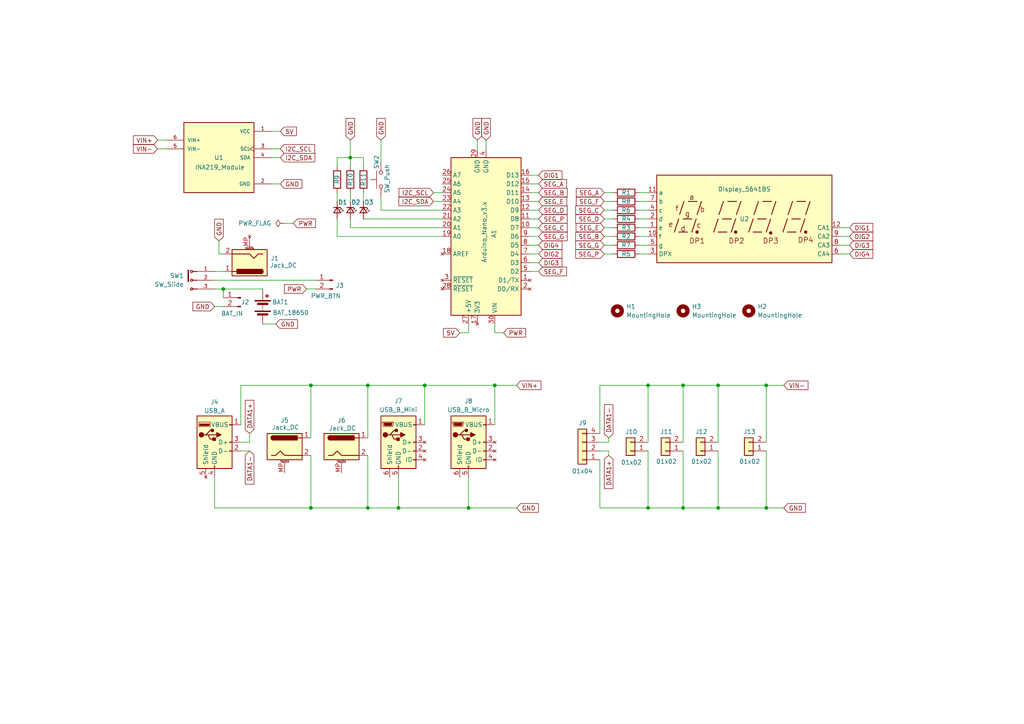
<source format=kicad_sch>
(kicad_sch (version 20250114) (generator "eeschema") (generator_version "9.0")
  (paper "A4")
  (lib_symbols
    (symbol "Barrel_Jack_MountingPin_1" (pin_names (hide yes))
      (property "Reference" "J1" (at -6.35 -1.6257 0))
      (property "Value" "Jack_DC" (at -6.35 0.9143 0))
      (symbol "Barrel_Jack_MountingPin_1_0_1"
        (rectangle (start -5.08 3.81) (end 5.08 -3.81) (stroke (width 0.254)) (fill (type background)))
        (polyline (pts (xy -3.81 -2.54) (xy -2.54 -2.54) (xy -1.27 -1.27) (xy 0 -2.54) (xy 2.54 -2.54) (xy 5.08 -2.54)) (stroke (width 0.254)))
        (arc (start -3.302 1.905) (mid -3.9343 2.54) (end -3.302 3.175) (stroke (width 0.254)))
        (arc (start -3.302 1.905) (mid -3.9343 2.54) (end -3.302 3.175) (stroke (width 0.254)) (fill (type outline)))
        (rectangle (start 3.683 3.175) (end -3.302 1.905) (stroke (width 0.254)) (fill (type outline)))
        (polyline (pts (xy 5.08 2.54) (xy 3.81 2.54)) (stroke (width 0.254)))
      )
      (symbol "Barrel_Jack_MountingPin_1_1_1"
        (polyline (pts (xy -1.016 -4.572) (xy 1.016 -4.572)) (stroke (width 0.1524)))
        (text "Mounting" (at 0 -4.191 0) (effects (font (size 0.381 0.381))))
        (pin no_connect line (at 0 -7.62 90) (length 3.048) (name "MountPin") (number "MP"))
        (pin passive line (at 7.62 2.54 180) (length 2.54) (name "~") (number "1"))
        (pin passive line (at 7.62 -2.54 180) (length 2.54) (name "~") (number "2"))
      )
    )
    (symbol "Barrel_Jack_MountingPin_2" (pin_names (hide yes))
      (property "Reference" "J4" (at 0 8.89 0))
      (property "Value" "Jack_DC" (at 0.254 6.096 0))
      (symbol "Barrel_Jack_MountingPin_2_0_1"
        (rectangle (start -5.08 3.81) (end 5.08 -3.81) (stroke (width 0.254)) (fill (type background)))
        (polyline (pts (xy -3.81 -2.54) (xy -2.54 -2.54) (xy -1.27 -1.27) (xy 0 -2.54) (xy 2.54 -2.54) (xy 5.08 -2.54)) (stroke (width 0.254)))
        (arc (start -3.302 1.905) (mid -3.9343 2.54) (end -3.302 3.175) (stroke (width 0.254)))
        (arc (start -3.302 1.905) (mid -3.9343 2.54) (end -3.302 3.175) (stroke (width 0.254)) (fill (type outline)))
        (rectangle (start 3.683 3.175) (end -3.302 1.905) (stroke (width 0.254)) (fill (type outline)))
        (polyline (pts (xy 5.08 2.54) (xy 3.81 2.54)) (stroke (width 0.254)))
      )
      (symbol "Barrel_Jack_MountingPin_2_1_1"
        (polyline (pts (xy -1.016 -4.572) (xy 1.016 -4.572)) (stroke (width 0.1524)))
        (text "Mounting" (at 0 -4.191 0) (effects (font (size 0.381 0.381))))
        (pin free line (at 0 -7.62 90) (length 3.048) (name "MountPin") (number "MP"))
        (pin power_out line (at 7.62 2.54 180) (length 2.54) (name "~") (number "1"))
        (pin passive line (at 7.62 -2.54 180) (length 2.54) (name "~") (number "2"))
      )
    )
    (symbol "Connector:Barrel_Jack_MountingPin" (pin_names (hide yes))
      (property "Reference" "J5" (at 0 8.89 0))
      (property "Value" "Jack_DC" (at 0.254 5.842 0))
      (symbol "Barrel_Jack_MountingPin_0_1"
        (rectangle (start -5.08 3.81) (end 5.08 -3.81) (stroke (width 0.254)) (fill (type background)))
        (polyline (pts (xy -3.81 -2.54) (xy -2.54 -2.54) (xy -1.27 -1.27) (xy 0 -2.54) (xy 2.54 -2.54) (xy 5.08 -2.54)) (stroke (width 0.254)))
        (arc (start -3.302 1.905) (mid -3.9343 2.54) (end -3.302 3.175) (stroke (width 0.254)))
        (arc (start -3.302 1.905) (mid -3.9343 2.54) (end -3.302 3.175) (stroke (width 0.254)) (fill (type outline)))
        (rectangle (start 3.683 3.175) (end -3.302 1.905) (stroke (width 0.254)) (fill (type outline)))
        (polyline (pts (xy 5.08 2.54) (xy 3.81 2.54)) (stroke (width 0.254)))
      )
      (symbol "Barrel_Jack_MountingPin_1_1"
        (polyline (pts (xy -1.016 -4.572) (xy 1.016 -4.572)) (stroke (width 0.1524)))
        (text "Mounting" (at 0 -4.191 0) (effects (font (size 0.381 0.381))))
        (pin free line (at 0 -7.62 90) (length 3.048) (name "MountPin") (number "MP"))
        (pin power_out line (at 7.62 2.54 180) (length 2.54) (name "~") (number "1"))
        (pin passive line (at 7.62 -2.54 180) (length 2.54) (name "~") (number "2"))
      )
    )
    (symbol "Connector:Conn_01x02_Pin" (pin_names (offset 1.016) (hide yes))
      (property "Reference" "J" (at 0 2.54 0))
      (property "Value" "Conn_01x02_Pin" (at 0 -5.08 0))
      (symbol "Conn_01x02_Pin_1_1"
        (rectangle (start 0.8636 0.127) (end 0 -0.127) (stroke (width 0.1524)) (fill (type outline)))
        (rectangle (start 0.8636 -2.413) (end 0 -2.667) (stroke (width 0.1524)) (fill (type outline)))
        (polyline (pts (xy 1.27 0) (xy 0.8636 0)) (stroke (width 0.1524)))
        (polyline (pts (xy 1.27 -2.54) (xy 0.8636 -2.54)) (stroke (width 0.1524)))
        (pin passive line (at 5.08 0 180) (length 3.81) (name "Pin_1") (number "1"))
        (pin passive line (at 5.08 -2.54 180) (length 3.81) (name "Pin_2") (number "2"))
      )
    )
    (symbol "Connector:USB_A" (pin_names (offset 1.016))
      (property "Reference" "J3" (at 0 12.7 0))
      (property "Value" "USB_A" (at 0 10.16 0))
      (symbol "USB_A_0_1"
        (rectangle (start -5.08 7.62) (end 5.08 -7.62) (stroke (width 0.254)) (fill (type background)))
        (circle (center -3.81 2.159) (radius 0.635) (stroke (width 0.254)) (fill (type outline)))
        (polyline (pts (xy -3.175 2.159) (xy -2.54 2.159) (xy -1.27 3.429) (xy -0.635 3.429)) (stroke (width 0.254)))
        (polyline (pts (xy -2.54 2.159) (xy -1.905 2.159) (xy -1.27 0.889) (xy 0 0.889)) (stroke (width 0.254)))
        (rectangle (start -1.524 4.826) (end -4.318 5.334) (fill (type outline)))
        (rectangle (start -1.27 4.572) (end -4.572 5.842))
        (circle (center -0.635 3.429) (radius 0.381) (stroke (width 0.254)) (fill (type outline)))
        (rectangle (start -0.127 -7.62) (end 0.127 -6.858))
        (rectangle (start 0.254 1.27) (end -0.508 0.508) (stroke (width 0.254)) (fill (type outline)))
        (polyline (pts (xy 0.635 2.794) (xy 0.635 1.524) (xy 1.905 2.159) (xy 0.635 2.794)) (stroke (width 0.254)) (fill (type outline)))
        (rectangle (start 5.08 4.953) (end 4.318 5.207))
        (rectangle (start 5.08 -0.127) (end 4.318 0.127))
        (rectangle (start 5.08 -2.667) (end 4.318 -2.413))
      )
      (symbol "USB_A_1_1"
        (polyline (pts (xy -1.905 2.159) (xy 0.635 2.159)) (stroke (width 0.254)))
        (pin no_connect line (at -2.54 -10.16 90) (length 2.54) (name "Shield") (number "5"))
        (pin passive line (at 0 -10.16 90) (length 2.54) (name "GND") (number "4"))
        (pin power_out line (at 7.62 5.08 180) (length 2.54) (name "VBUS") (number "1"))
        (pin bidirectional line (at 7.62 0 180) (length 2.54) (name "D+") (number "3"))
        (pin bidirectional line (at 7.62 -2.54 180) (length 2.54) (name "D-") (number "2"))
      )
    )
    (symbol "Connector:USB_B_Micro" (pin_names (offset 1.016))
      (property "Reference" "J7" (at 0 12.7 0))
      (property "Value" "USB_B_Micro" (at 0 10.16 0))
      (symbol "USB_B_Micro_0_1"
        (rectangle (start -5.08 7.62) (end 5.08 -7.62) (stroke (width 0.254)) (fill (type background)))
        (polyline (pts (xy -4.699 5.842) (xy -4.699 5.588) (xy -4.445 4.826) (xy -4.445 4.572) (xy -1.651 4.572) (xy -1.651 4.826) (xy -1.397 5.588) (xy -1.397 5.842) (xy -4.699 5.842)))
        (polyline (pts (xy -4.318 5.588) (xy -1.778 5.588) (xy -2.032 4.826) (xy -4.064 4.826) (xy -4.318 5.588)) (fill (type outline)))
        (circle (center -3.81 2.159) (radius 0.635) (stroke (width 0.254)) (fill (type outline)))
        (polyline (pts (xy -3.175 2.159) (xy -2.54 2.159) (xy -1.27 3.429) (xy -0.635 3.429)) (stroke (width 0.254)))
        (polyline (pts (xy -2.54 2.159) (xy -1.905 2.159) (xy -1.27 0.889) (xy 0 0.889)) (stroke (width 0.254)))
        (polyline (pts (xy -1.905 2.159) (xy 0.635 2.159)) (stroke (width 0.254)))
        (circle (center -0.635 3.429) (radius 0.381) (stroke (width 0.254)) (fill (type outline)))
        (rectangle (start -0.127 -7.62) (end 0.127 -6.858))
        (rectangle (start 0.254 1.27) (end -0.508 0.508) (stroke (width 0.254)) (fill (type outline)))
        (polyline (pts (xy 0.635 2.794) (xy 0.635 1.524) (xy 1.905 2.159) (xy 0.635 2.794)) (stroke (width 0.254)) (fill (type outline)))
        (rectangle (start 5.08 4.953) (end 4.318 5.207))
        (rectangle (start 5.08 -0.127) (end 4.318 0.127))
        (rectangle (start 5.08 -2.667) (end 4.318 -2.413))
        (rectangle (start 5.08 -5.207) (end 4.318 -4.953))
      )
      (symbol "USB_B_Micro_1_1"
        (pin free line (at -2.54 -10.16 90) (length 2.54) (name "Shield") (number "6"))
        (pin passive line (at 0 -10.16 90) (length 2.54) (name "GND") (number "5"))
        (pin power_out line (at 7.62 5.08 180) (length 2.54) (name "VBUS") (number "1"))
        (pin no_connect line (at 7.62 0 180) (length 2.54) (name "D+") (number "3"))
        (pin no_connect line (at 7.62 -2.54 180) (length 2.54) (name "D-") (number "2"))
        (pin no_connect line (at 7.62 -5.08 180) (length 2.54) (name "ID") (number "4"))
      )
    )
    (symbol "Connector:USB_B_Mini" (pin_names (offset 1.016))
      (property "Reference" "J6" (at 0 12.7 0))
      (property "Value" "USB_B_Mini" (at 0 10.16 0))
      (symbol "USB_B_Mini_0_1"
        (rectangle (start -5.08 7.62) (end 5.08 -7.62) (stroke (width 0.254)) (fill (type background)))
        (polyline (pts (xy -4.699 5.842) (xy -4.699 5.588) (xy -4.445 4.826) (xy -4.445 4.572) (xy -1.651 4.572) (xy -1.651 4.826) (xy -1.397 5.588) (xy -1.397 5.842) (xy -4.699 5.842)))
        (polyline (pts (xy -4.318 5.588) (xy -1.778 5.588) (xy -2.032 4.826) (xy -4.064 4.826) (xy -4.318 5.588)) (fill (type outline)))
        (circle (center -3.81 2.159) (radius 0.635) (stroke (width 0.254)) (fill (type outline)))
        (polyline (pts (xy -3.175 2.159) (xy -2.54 2.159) (xy -1.27 3.429) (xy -0.635 3.429)) (stroke (width 0.254)))
        (polyline (pts (xy -2.54 2.159) (xy -1.905 2.159) (xy -1.27 0.889) (xy 0 0.889)) (stroke (width 0.254)))
        (polyline (pts (xy -1.905 2.159) (xy 0.635 2.159)) (stroke (width 0.254)))
        (circle (center -0.635 3.429) (radius 0.381) (stroke (width 0.254)) (fill (type outline)))
        (rectangle (start -0.127 -7.62) (end 0.127 -6.858))
        (rectangle (start 0.254 1.27) (end -0.508 0.508) (stroke (width 0.254)) (fill (type outline)))
        (polyline (pts (xy 0.635 2.794) (xy 0.635 1.524) (xy 1.905 2.159) (xy 0.635 2.794)) (stroke (width 0.254)) (fill (type outline)))
        (rectangle (start 5.08 4.953) (end 4.318 5.207))
        (rectangle (start 5.08 -0.127) (end 4.318 0.127))
        (rectangle (start 5.08 -2.667) (end 4.318 -2.413))
        (rectangle (start 5.08 -5.207) (end 4.318 -4.953))
      )
      (symbol "USB_B_Mini_1_1"
        (pin free line (at -2.54 -10.16 90) (length 2.54) (name "Shield") (number "6"))
        (pin passive line (at 0 -10.16 90) (length 2.54) (name "GND") (number "5"))
        (pin power_out line (at 7.62 5.08 180) (length 2.54) (name "VBUS") (number "1"))
        (pin no_connect line (at 7.62 0 180) (length 2.54) (name "D+") (number "3"))
        (pin no_connect line (at 7.62 -2.54 180) (length 2.54) (name "D-") (number "2"))
        (pin no_connect line (at 7.62 -5.08 180) (length 2.54) (name "ID") (number "4"))
      )
    )
    (symbol "Connector_Generic:Conn_01x02" (pin_names (offset 1.016) (hide yes))
      (property "Reference" "J" (at 0 2.54 0))
      (property "Value" "Conn_01x02" (at 0 -5.08 0))
      (symbol "Conn_01x02_1_1"
        (rectangle (start -1.27 1.27) (end 1.27 -3.81) (stroke (width 0.254)) (fill (type background)))
        (rectangle (start -1.27 0.127) (end 0 -0.127) (stroke (width 0.1524)))
        (rectangle (start -1.27 -2.413) (end 0 -2.667) (stroke (width 0.1524)))
        (pin passive line (at -5.08 0 0) (length 3.81) (name "Pin_1") (number "1"))
        (pin passive line (at -5.08 -2.54 0) (length 3.81) (name "Pin_2") (number "2"))
      )
    )
    (symbol "Connector_Generic:Conn_01x04" (pin_names (offset 1.016) (hide yes))
      (property "Reference" "J" (at 0 5.08 0))
      (property "Value" "Conn_01x04" (at 0 -7.62 0))
      (symbol "Conn_01x04_1_1"
        (rectangle (start -1.27 3.81) (end 1.27 -6.35) (stroke (width 0.254)) (fill (type background)))
        (rectangle (start -1.27 2.667) (end 0 2.413) (stroke (width 0.1524)))
        (rectangle (start -1.27 0.127) (end 0 -0.127) (stroke (width 0.1524)))
        (rectangle (start -1.27 -2.413) (end 0 -2.667) (stroke (width 0.1524)))
        (rectangle (start -1.27 -4.953) (end 0 -5.207) (stroke (width 0.1524)))
        (pin passive line (at -5.08 2.54 0) (length 3.81) (name "Pin_1") (number "1"))
        (pin passive line (at -5.08 0 0) (length 3.81) (name "Pin_2") (number "2"))
        (pin passive line (at -5.08 -2.54 0) (length 3.81) (name "Pin_3") (number "3"))
        (pin passive line (at -5.08 -5.08 0) (length 3.81) (name "Pin_4") (number "4"))
      )
    )
    (symbol "Custom:INA219_Module" (pin_names (offset 1.016))
      (property "Reference" "U1" (at 0 15.24 0))
      (property "Value" "INA219_Module" (at 0 12.7 0))
      (symbol "INA219_Module_0_0"
        (rectangle (start -10.16 10.16) (end 10.16 -10.16) (stroke (width 0.254)) (fill (type background)))
        (pin input line (at -15.24 5.08 0) (length 5.08) (name "VIN+") (number "6"))
        (pin input line (at -15.24 2.54 0) (length 5.08) (name "VIN-") (number "5"))
        (pin power_in line (at 15.24 7.62 180) (length 5.08) (name "VCC") (number "1"))
        (pin input clock (at 15.24 2.54 180) (length 5.08) (name "SCL") (number "3"))
        (pin bidirectional line (at 15.24 0 180) (length 5.08) (name "SDA") (number "4"))
        (pin power_in line (at 15.24 -7.62 180) (length 5.08) (name "GND") (number "2"))
      )
      (symbol "INA219_Module_1_0"
        (pin no_connect line (at 15.24 -5.08 180) (length 5.08) (hide yes) (name "SHIELD") (number "SH1"))
      )
    )
    (symbol "Custom:Switch_Slide_SPDT_Straight_TE_1825159_1" (pin_names (offset 1.016))
      (property "Reference" "SW" (at 1.524 -0.508 0))
      (property "Value" "SW_Slide" (at -8.382 -5.588 0))
      (symbol "Switch_Slide_SPDT_Straight_TE_1825159_1_0_0"
        (polyline (pts (xy -2.54 2.54) (xy -1.27 2.54)) (stroke (width 0.254)))
        (polyline (pts (xy -2.54 0) (xy -1.27 0)) (stroke (width 0.254)))
        (polyline (pts (xy -2.54 -2.54) (xy -1.27 -2.54)) (stroke (width 0.254)))
        (circle (center -0.9525 2.54) (radius 0.3175) (stroke (width 0.254)))
        (circle (center -0.9525 0) (radius 0.3175) (stroke (width 0.254)))
        (circle (center -0.9525 -2.54) (radius 0.3175) (stroke (width 0.254)))
        (polyline (pts (xy 0 2.8575) (xy 0 -0.3175)) (stroke (width 0.4064)))
        (pin passive line (at -7.62 2.54 0) (length 5.08) (name "~") (number "1"))
        (pin passive line (at -7.62 0 0) (length 5.08) (name "~") (number "2"))
        (pin passive line (at -7.62 -2.54 0) (length 5.08) (name "~") (number "3"))
      )
    )
    (symbol "Device:Battery" (pin_numbers (hide yes)) (pin_names (offset 0) (hide yes))
      (property "Reference" "BT" (at 2.54 2.54 0))
      (property "Value" "Battery" (at 2.54 0 0))
      (symbol "Battery_0_1"
        (rectangle (start -2.286 1.778) (end 2.286 1.524) (fill (type outline)))
        (rectangle (start -2.286 -1.27) (end 2.286 -1.524) (fill (type outline)))
        (rectangle (start -1.524 1.016) (end 1.524 0.508) (fill (type outline)))
        (rectangle (start -1.524 -2.032) (end 1.524 -2.54) (fill (type outline)))
        (polyline (pts (xy 0 1.778) (xy 0 2.54)))
        (polyline (pts (xy 0 0) (xy 0 0.254)))
        (polyline (pts (xy 0 -0.508) (xy 0 -0.254)))
        (polyline (pts (xy 0 -1.016) (xy 0 -0.762)))
        (polyline (pts (xy 0.762 3.048) (xy 1.778 3.048)) (stroke (width 0.254)))
        (polyline (pts (xy 1.27 3.556) (xy 1.27 2.54)) (stroke (width 0.254)))
      )
      (symbol "Battery_1_1"
        (pin passive line (at 0 5.08 270) (length 2.54) (name "+") (number "1"))
        (pin passive line (at 0 -5.08 90) (length 2.54) (name "-") (number "2"))
      )
    )
    (symbol "Device:R" (pin_numbers (hide yes)) (pin_names (offset 0))
      (property "Reference" "R" (at 2.032 0 90))
      (property "Value" "R" (at 0 0 90))
      (symbol "R_0_1"
        (rectangle (start -1.016 -2.54) (end 1.016 2.54) (stroke (width 0.254)))
      )
      (symbol "R_1_1"
        (pin passive line (at 0 3.81 270) (length 1.27) (name "~") (number "1"))
        (pin passive line (at 0 -3.81 90) (length 1.27) (name "~") (number "2"))
      )
    )
    (symbol "Display_Character:CA56-12CGKWA"
      (property "Reference" "U" (at -24.13 13.97 0))
      (property "Value" "CA56-12CGKWA" (at 17.78 13.97 0))
      (symbol "CA56-12CGKWA_0_0"
        (rectangle (start -25.4 12.7) (end 25.4 -12.7) (stroke (width 0.254)) (fill (type background)))
        (polyline (pts (xy -20.32 -3.81) (xy -19.05 0)) (stroke (width 0.254)))
        (polyline (pts (xy -19.05 -3.81) (xy -16.51 -3.81)) (stroke (width 0.254)))
        (polyline (pts (xy -18.796 1.27) (xy -17.526 5.08)) (stroke (width 0.254)))
        (polyline (pts (xy -17.78 0) (xy -15.24 0)) (stroke (width 0.254)))
        (polyline (pts (xy -16.256 5.08) (xy -13.716 5.08)) (stroke (width 0.254)))
        (polyline (pts (xy -15.24 -3.81) (xy -13.97 0)) (stroke (width 0.254)))
        (polyline (pts (xy -13.716 1.27) (xy -12.446 5.08)) (stroke (width 0.254)))
        (polyline (pts (xy -8.89 -3.81) (xy -7.62 0)) (stroke (width 0.254)))
        (polyline (pts (xy -7.62 -3.81) (xy -5.08 -3.81)) (stroke (width 0.254)))
        (polyline (pts (xy -7.366 1.27) (xy -6.096 5.08)) (stroke (width 0.254)))
        (polyline (pts (xy -6.35 0) (xy -3.81 0)) (stroke (width 0.254)))
        (polyline (pts (xy -4.826 5.08) (xy -2.286 5.08)) (stroke (width 0.254)))
        (polyline (pts (xy -3.81 -3.81) (xy -2.54 0)) (stroke (width 0.254)))
        (polyline (pts (xy -2.286 1.27) (xy -1.016 5.08)) (stroke (width 0.254)))
        (polyline (pts (xy 1.27 -3.81) (xy 2.54 0)) (stroke (width 0.254)))
        (polyline (pts (xy 2.54 -3.81) (xy 5.08 -3.81)) (stroke (width 0.254)))
        (polyline (pts (xy 2.794 1.27) (xy 4.064 5.08)) (stroke (width 0.254)))
        (polyline (pts (xy 3.81 0) (xy 6.35 0)) (stroke (width 0.254)))
        (polyline (pts (xy 5.334 5.08) (xy 7.874 5.08)) (stroke (width 0.254)))
        (polyline (pts (xy 6.35 -3.81) (xy 7.62 0)) (stroke (width 0.254)))
        (polyline (pts (xy 7.874 1.27) (xy 9.144 5.08)) (stroke (width 0.254)))
        (polyline (pts (xy 11.176 -3.81) (xy 12.446 0)) (stroke (width 0.254)))
        (polyline (pts (xy 12.446 -3.81) (xy 14.986 -3.81)) (stroke (width 0.254)))
        (polyline (pts (xy 12.7 1.27) (xy 13.97 5.08)) (stroke (width 0.254)))
        (polyline (pts (xy 13.716 0) (xy 16.256 0)) (stroke (width 0.254)))
        (polyline (pts (xy 15.24 5.08) (xy 17.78 5.08)) (stroke (width 0.254)))
        (polyline (pts (xy 16.256 -3.81) (xy 17.526 0)) (stroke (width 0.254)))
        (polyline (pts (xy 17.78 1.27) (xy 19.05 5.08)) (stroke (width 0.254)))
        (text "e" (at -21.336 -1.524 0) (effects (font (size 1.524 1.524))))
        (text "f" (at -19.558 3.048 0) (effects (font (size 1.524 1.524))))
        (text "d" (at -17.78 -2.794 0) (effects (font (size 1.524 1.524))))
        (text "g" (at -16.51 1.524 0) (effects (font (size 1.524 1.524))))
        (text "a" (at -15.24 6.35 0) (effects (font (size 1.524 1.524))))
        (text "DP1" (at -13.716 -6.35 0) (effects (font (size 1.524 1.524))))
        (text "c" (at -13.208 -1.778 0) (effects (font (size 1.524 1.524))))
        (text "b" (at -12.192 2.794 0) (effects (font (size 1.524 1.524))))
        (text "DP2" (at -2.286 -6.35 0) (effects (font (size 1.524 1.524))))
        (text "DP3" (at 7.62 -6.35 0) (effects (font (size 1.524 1.524))))
        (text "DP4" (at 17.78 -6.096 0) (effects (font (size 1.524 1.524))))
      )
      (symbol "CA56-12CGKWA_0_1"
        (circle (center -13.716 -3.81) (radius 0.3556) (stroke (width 0.254)) (fill (type outline)))
        (circle (center -2.54 -3.81) (radius 0.3556) (stroke (width 0.254)) (fill (type outline)))
      )
      (symbol "CA56-12CGKWA_1_0"
        (circle (center 7.62 -4.064) (radius 0.3556) (stroke (width 0.254)) (fill (type outline)))
        (circle (center 17.78 -3.81) (radius 0.3556) (stroke (width 0.254)) (fill (type outline)))
      )
      (symbol "CA56-12CGKWA_1_1"
        (pin input line (at -27.94 7.62 0) (length 2.54) (name "a") (number "11"))
        (pin input line (at -27.94 5.08 0) (length 2.54) (name "b") (number "7"))
        (pin input line (at -27.94 2.54 0) (length 2.54) (name "c") (number "4"))
        (pin input line (at -27.94 0 0) (length 2.54) (name "d") (number "2"))
        (pin input line (at -27.94 -2.54 0) (length 2.54) (name "e") (number "1"))
        (pin input line (at -27.94 -5.08 0) (length 2.54) (name "f") (number "10"))
        (pin input line (at -27.94 -7.62 0) (length 2.54) (name "g") (number "5"))
        (pin input line (at -27.94 -10.16 0) (length 2.54) (name "DPX") (number "3"))
        (pin input line (at 27.94 -2.54 180) (length 2.54) (name "CA1") (number "12"))
        (pin input line (at 27.94 -5.08 180) (length 2.54) (name "CA2") (number "9"))
        (pin input line (at 27.94 -7.62 180) (length 2.54) (name "CA3") (number "8"))
        (pin input line (at 27.94 -10.16 180) (length 2.54) (name "CA4") (number "6"))
      )
    )
    (symbol "MCU_Module:Arduino_Nano_v3.x"
      (property "Reference" "A1" (at -2.286 -2.032 90))
      (property "Value" "Arduino_Nano_v3.x" (at 0.508 -10.16 90))
      (symbol "Arduino_Nano_v3.x_0_1"
        (rectangle (start -10.16 22.86) (end 10.16 -22.86) (stroke (width 0.254)) (fill (type background)))
      )
      (symbol "Arduino_Nano_v3.x_1_1"
        (pin no_connect line (at -12.7 15.24 0) (length 2.54) (name "D0/RX") (number "2"))
        (pin no_connect line (at -12.7 12.7 0) (length 2.54) (name "D1/TX") (number "1"))
        (pin bidirectional line (at -12.7 10.16 0) (length 2.54) (name "D2") (number "5"))
        (pin bidirectional line (at -12.7 7.62 0) (length 2.54) (name "D3") (number "6"))
        (pin bidirectional line (at -12.7 5.08 0) (length 2.54) (name "D4") (number "7"))
        (pin bidirectional line (at -12.7 2.54 0) (length 2.54) (name "D5") (number "8"))
        (pin bidirectional line (at -12.7 0 0) (length 2.54) (name "D6") (number "9"))
        (pin bidirectional line (at -12.7 -2.54 0) (length 2.54) (name "D7") (number "10"))
        (pin bidirectional line (at -12.7 -5.08 0) (length 2.54) (name "D8") (number "11"))
        (pin bidirectional line (at -12.7 -7.62 0) (length 2.54) (name "D9") (number "12"))
        (pin bidirectional line (at -12.7 -10.16 0) (length 2.54) (name "D10") (number "13"))
        (pin bidirectional line (at -12.7 -12.7 0) (length 2.54) (name "D11") (number "14"))
        (pin bidirectional line (at -12.7 -15.24 0) (length 2.54) (name "D12") (number "15"))
        (pin bidirectional line (at -12.7 -17.78 0) (length 2.54) (name "D13") (number "16"))
        (pin power_in line (at -2.54 25.4 270) (length 2.54) (name "VIN") (number "30"))
        (pin power_out line (at 0 -25.4 90) (length 2.54) (name "GND") (number "4"))
        (pin no_connect line (at 2.54 25.4 270) (length 2.54) (name "3V3") (number "17"))
        (pin power_out line (at 2.54 -25.4 90) (length 2.54) (name "GND") (number "29"))
        (pin power_out line (at 5.08 25.4 270) (length 2.54) (name "+5V") (number "27"))
        (pin no_connect line (at 12.7 15.24 180) (length 2.54) (name "~{RESET}") (number "28"))
        (pin no_connect line (at 12.7 12.7 180) (length 2.54) (name "~{RESET}") (number "3"))
        (pin no_connect line (at 12.7 5.08 180) (length 2.54) (name "AREF") (number "18"))
        (pin bidirectional line (at 12.7 0 180) (length 2.54) (name "A0") (number "19"))
        (pin bidirectional line (at 12.7 -2.54 180) (length 2.54) (name "A1") (number "20"))
        (pin bidirectional line (at 12.7 -5.08 180) (length 2.54) (name "A2") (number "21"))
        (pin bidirectional line (at 12.7 -7.62 180) (length 2.54) (name "A3") (number "22"))
        (pin bidirectional line (at 12.7 -10.16 180) (length 2.54) (name "A4") (number "23"))
        (pin bidirectional line (at 12.7 -12.7 180) (length 2.54) (name "A5") (number "24"))
        (pin free line (at 12.7 -15.24 180) (length 2.54) (name "A6") (number "25"))
        (pin free line (at 12.7 -17.78 180) (length 2.54) (name "A7") (number "26"))
      )
    )
    (symbol "Mechanical:MountingHole" (pin_names (offset 1.016)) (in_bom no)
      (property "Reference" "H" (at 0 5.08 0))
      (property "Value" "MountingHole" (at 0 3.175 0))
      (symbol "MountingHole_0_1"
        (circle (center 0 0) (radius 1.27) (stroke (width 1.27)))
      )
    )
    (symbol "PCM_SparkFun-LED:LED" (pin_numbers (hide yes)) (pin_names (offset 1.016) (hide yes))
      (property "Reference" "D" (at 0 2.54 0))
      (property "Value" "LED" (at 0 -2.54 0))
      (symbol "LED_0_1"
        (polyline (pts (xy -0.762 -1.016) (xy -0.762 1.016)) (stroke (width 0.254)))
        (polyline (pts (xy 0 0.762) (xy -0.508 1.27) (xy -0.254 1.27) (xy -0.508 1.27) (xy -0.508 1.016)))
        (polyline (pts (xy 0.508 1.27) (xy 0 1.778) (xy 0.254 1.778) (xy 0 1.778) (xy 0 1.524)))
        (polyline (pts (xy 0.762 -1.016) (xy -0.762 0) (xy 0.762 1.016) (xy 0.762 -1.016)) (stroke (width 0.254)))
        (polyline (pts (xy 1.016 0) (xy -0.762 0)))
      )
      (symbol "LED_1_1"
        (pin passive line (at -2.54 0 0) (length 1.778) (name "K") (number "1"))
        (pin passive line (at 2.54 0 180) (length 1.778) (name "A") (number "2"))
      )
    )
    (symbol "Switch:SW_Push" (pin_numbers (hide yes)) (pin_names (offset 1.016) (hide yes))
      (property "Reference" "SW" (at 1.27 2.54 0))
      (property "Value" "SW_Push" (at 0 -1.524 0))
      (symbol "SW_Push_0_1"
        (circle (center -2.032 0) (radius 0.508))
        (polyline (pts (xy 0 1.27) (xy 0 3.048)))
        (circle (center 2.032 0) (radius 0.508))
        (polyline (pts (xy 2.54 1.27) (xy -2.54 1.27)))
        (pin passive line (at -5.08 0 0) (length 2.54) (name "1") (number "1"))
        (pin passive line (at 5.08 0 180) (length 2.54) (name "2") (number "2"))
      )
    )
    (symbol "power:PWR_FLAG" (power) (pin_numbers (hide yes)) (pin_names (offset 0) (hide yes))
      (property "Value" "PWR_FLAG" (at 0 3.81 0))
      (symbol "PWR_FLAG_0_0"
        (pin power_out line (at 0 0 90) (length 0) (name "~") (number "1"))
      )
      (symbol "PWR_FLAG_0_1"
        (polyline (pts (xy 0 0) (xy 0 1.27) (xy -1.016 1.905) (xy 0 2.54) (xy 1.016 1.905) (xy 0 1.27)))
      )
    )
  )
  (junction (at 90.17 147.32))
  (junction (at 198.12 111.76))
  (junction (at 90.17 111.76))
  (junction (at 143.51 111.76))
  (junction (at 64.77 83.82))
  (junction (at 208.28 111.76))
  (junction (at 115.57 147.32))
  (junction (at 123.19 111.76))
  (junction (at 187.96 111.76))
  (junction (at 135.89 147.32))
  (junction (at 106.68 111.76))
  (junction (at 222.25 147.32))
  (junction (at 198.12 147.32))
  (junction (at 208.28 147.32))
  (junction (at 187.96 147.32))
  (junction (at 106.68 147.32))
  (junction (at 101.6 45.72))
  (junction (at 222.25 111.76))
  (wire (pts (xy 146.05 96.52) (xy 143.51 96.52)))
  (wire (pts (xy 138.43 40.64) (xy 138.43 43.18)))
  (wire (pts (xy 106.68 147.32) (xy 115.57 147.32)))
  (wire (pts (xy 90.17 111.76) (xy 90.17 127)))
  (wire (pts (xy 45.72 40.64) (xy 48.26 40.64)))
  (wire (pts (xy 101.6 58.42) (xy 101.6 55.88)))
  (wire (pts (xy 78.74 45.72) (xy 81.28 45.72)))
  (wire (pts (xy 173.99 147.32) (xy 187.96 147.32)))
  (wire (pts (xy 187.96 111.76) (xy 198.12 111.76)))
  (wire (pts (xy 176.53 132.08) (xy 176.53 130.81)))
  (wire (pts (xy 133.35 96.52) (xy 135.89 96.52)))
  (wire (pts (xy 208.28 147.32) (xy 222.25 147.32)))
  (wire (pts (xy 187.96 147.32) (xy 198.12 147.32)))
  (wire (pts (xy 187.96 58.42) (xy 185.42 58.42)))
  (wire (pts (xy 198.12 111.76) (xy 208.28 111.76)))
  (wire (pts (xy 176.53 127) (xy 176.53 128.27)))
  (wire (pts (xy 175.26 63.5) (xy 177.8 63.5)))
  (wire (pts (xy 187.96 68.58) (xy 185.42 68.58)))
  (wire (pts (xy 135.89 96.52) (xy 135.89 93.98)))
  (wire (pts (xy 153.67 55.88) (xy 156.21 55.88)))
  (wire (pts (xy 69.85 111.76) (xy 69.85 123.19)))
  (wire (pts (xy 187.96 66.04) (xy 185.42 66.04)))
  (wire (pts (xy 173.99 133.35) (xy 173.99 147.32)))
  (wire (pts (xy 175.26 73.66) (xy 177.8 73.66)))
  (wire (pts (xy 187.96 63.5) (xy 185.42 63.5)))
  (wire (pts (xy 88.9 83.82) (xy 91.44 83.82)))
  (wire (pts (xy 153.67 60.96) (xy 156.21 60.96)))
  (wire (pts (xy 153.67 68.58) (xy 156.21 68.58)))
  (wire (pts (xy 176.53 130.81) (xy 173.99 130.81)))
  (wire (pts (xy 175.26 60.96) (xy 177.8 60.96)))
  (wire (pts (xy 63.5 69.85) (xy 63.5 73.66)))
  (wire (pts (xy 243.84 71.12) (xy 246.38 71.12)))
  (wire (pts (xy 97.79 68.58) (xy 97.79 63.5)))
  (wire (pts (xy 222.25 130.81) (xy 222.25 147.32)))
  (wire (pts (xy 63.5 73.66) (xy 64.77 73.66)))
  (wire (pts (xy 222.25 111.76) (xy 227.33 111.76)))
  (wire (pts (xy 62.23 147.32) (xy 90.17 147.32)))
  (wire (pts (xy 175.26 58.42) (xy 177.8 58.42)))
  (wire (pts (xy 97.79 68.58) (xy 128.27 68.58)))
  (wire (pts (xy 222.25 111.76) (xy 222.25 128.27)))
  (wire (pts (xy 62.23 83.82) (xy 64.77 83.82)))
  (wire (pts (xy 143.51 111.76) (xy 143.51 123.19)))
  (wire (pts (xy 90.17 147.32) (xy 106.68 147.32)))
  (wire (pts (xy 115.57 147.32) (xy 135.89 147.32)))
  (wire (pts (xy 69.85 111.76) (xy 90.17 111.76)))
  (wire (pts (xy 173.99 111.76) (xy 187.96 111.76)))
  (wire (pts (xy 115.57 138.43) (xy 115.57 147.32)))
  (wire (pts (xy 101.6 66.04) (xy 128.27 66.04)))
  (wire (pts (xy 175.26 55.88) (xy 177.8 55.88)))
  (wire (pts (xy 153.67 63.5) (xy 156.21 63.5)))
  (wire (pts (xy 140.97 40.64) (xy 140.97 43.18)))
  (wire (pts (xy 243.84 68.58) (xy 246.38 68.58)))
  (wire (pts (xy 153.67 76.2) (xy 156.21 76.2)))
  (wire (pts (xy 208.28 130.81) (xy 208.28 147.32)))
  (wire (pts (xy 187.96 71.12) (xy 185.42 71.12)))
  (wire (pts (xy 125.73 55.88) (xy 128.27 55.88)))
  (wire (pts (xy 135.89 138.43) (xy 135.89 147.32)))
  (wire (pts (xy 64.77 83.82) (xy 76.2 83.82)))
  (wire (pts (xy 97.79 45.72) (xy 101.6 45.72)))
  (wire (pts (xy 125.73 58.42) (xy 128.27 58.42)))
  (wire (pts (xy 153.67 58.42) (xy 156.21 58.42)))
  (wire (pts (xy 64.77 83.82) (xy 64.77 86.36)))
  (wire (pts (xy 106.68 111.76) (xy 106.68 127)))
  (wire (pts (xy 135.89 147.32) (xy 149.86 147.32)))
  (wire (pts (xy 153.67 50.8) (xy 156.21 50.8)))
  (wire (pts (xy 64.77 78.74) (xy 62.23 78.74)))
  (wire (pts (xy 187.96 55.88) (xy 185.42 55.88)))
  (wire (pts (xy 187.96 73.66) (xy 185.42 73.66)))
  (wire (pts (xy 208.28 111.76) (xy 208.28 128.27)))
  (wire (pts (xy 62.23 138.43) (xy 62.23 147.32)))
  (wire (pts (xy 81.28 38.1) (xy 78.74 38.1)))
  (wire (pts (xy 76.2 93.98) (xy 80.01 93.98)))
  (wire (pts (xy 198.12 111.76) (xy 198.12 128.27)))
  (wire (pts (xy 222.25 147.32) (xy 227.33 147.32)))
  (wire (pts (xy 175.26 68.58) (xy 177.8 68.58)))
  (wire (pts (xy 198.12 130.81) (xy 198.12 147.32)))
  (wire (pts (xy 106.68 111.76) (xy 123.19 111.76)))
  (wire (pts (xy 153.67 66.04) (xy 156.21 66.04)))
  (wire (pts (xy 97.79 45.72) (xy 97.79 48.26)))
  (wire (pts (xy 187.96 111.76) (xy 187.96 128.27)))
  (wire (pts (xy 90.17 132.08) (xy 90.17 147.32)))
  (wire (pts (xy 101.6 45.72) (xy 105.41 45.72)))
  (wire (pts (xy 143.51 93.98) (xy 143.51 96.52)))
  (wire (pts (xy 101.6 66.04) (xy 101.6 63.5)))
  (wire (pts (xy 45.72 43.18) (xy 48.26 43.18)))
  (wire (pts (xy 110.49 57.15) (xy 110.49 60.96)))
  (wire (pts (xy 175.26 71.12) (xy 177.8 71.12)))
  (wire (pts (xy 105.41 58.42) (xy 105.41 55.88)))
  (wire (pts (xy 175.26 66.04) (xy 177.8 66.04)))
  (wire (pts (xy 143.51 111.76) (xy 149.86 111.76)))
  (wire (pts (xy 123.19 111.76) (xy 123.19 123.19)))
  (wire (pts (xy 62.23 88.9) (xy 64.77 88.9)))
  (wire (pts (xy 110.49 46.99) (xy 110.49 40.64)))
  (wire (pts (xy 97.79 55.88) (xy 97.79 58.42)))
  (wire (pts (xy 106.68 132.08) (xy 106.68 147.32)))
  (wire (pts (xy 110.49 60.96) (xy 128.27 60.96)))
  (wire (pts (xy 90.17 111.76) (xy 106.68 111.76)))
  (wire (pts (xy 72.39 125.73) (xy 72.39 128.27)))
  (wire (pts (xy 105.41 45.72) (xy 105.41 48.26)))
  (wire (pts (xy 243.84 66.04) (xy 246.38 66.04)))
  (wire (pts (xy 153.67 73.66) (xy 156.21 73.66)))
  (wire (pts (xy 187.96 130.81) (xy 187.96 147.32)))
  (wire (pts (xy 208.28 111.76) (xy 222.25 111.76)))
  (wire (pts (xy 81.28 53.34) (xy 78.74 53.34)))
  (wire (pts (xy 187.96 60.96) (xy 185.42 60.96)))
  (wire (pts (xy 101.6 40.64) (xy 101.6 45.72)))
  (wire (pts (xy 153.67 53.34) (xy 156.21 53.34)))
  (wire (pts (xy 123.19 111.76) (xy 143.51 111.76)))
  (wire (pts (xy 82.55 64.77) (xy 85.09 64.77)))
  (wire (pts (xy 173.99 111.76) (xy 173.99 125.73)))
  (wire (pts (xy 78.74 43.18) (xy 81.28 43.18)))
  (wire (pts (xy 153.67 71.12) (xy 156.21 71.12)))
  (wire (pts (xy 198.12 147.32) (xy 208.28 147.32)))
  (wire (pts (xy 243.84 73.66) (xy 246.38 73.66)))
  (wire (pts (xy 105.41 63.5) (xy 128.27 63.5)))
  (wire (pts (xy 101.6 45.72) (xy 101.6 48.26)))
  (wire (pts (xy 72.39 130.81) (xy 69.85 130.81)))
  (wire (pts (xy 176.53 128.27) (xy 173.99 128.27)))
  (wire (pts (xy 72.39 128.27) (xy 69.85 128.27)))
  (wire (pts (xy 153.67 78.74) (xy 156.21 78.74)))
  (wire (pts (xy 62.23 81.28) (xy 91.44 81.28)))
  (global_label "I2C_SDA" (shape input) (at 125.73 58.42 180) (property "Intersheetrefs" "${INTERSHEET_REFS}" (effects (hide yes))))
  (global_label "5V" (shape input) (at 81.28 38.1 0) (property "Intersheetrefs" "${INTERSHEET_REFS}" (effects (hide yes))))
  (global_label "GND" (shape input) (at 149.86 147.32 0) (property "Intersheetrefs" "${INTERSHEET_REFS}" (effects (hide yes))))
  (global_label "DATA1-" (shape input) (at 72.39 130.81 270) (property "Intersheetrefs" "${INTERSHEET_REFS}" (effects (hide yes))))
  (global_label "5V" (shape input) (at 133.35 96.52 180) (property "Intersheetrefs" "${INTERSHEET_REFS}" (effects (hide yes))))
  (global_label "SEG_G" (shape input) (at 175.26 71.12 180) (property "Intersheetrefs" "${INTERSHEET_REFS}" (effects (hide yes))))
  (global_label "DIG3" (shape input) (at 156.21 76.2 0) (property "Intersheetrefs" "${INTERSHEET_REFS}" (effects (hide yes))))
  (global_label "DIG2" (shape input) (at 246.38 68.58 0) (property "Intersheetrefs" "${INTERSHEET_REFS}" (effects (hide yes))))
  (global_label "VIN+" (shape input) (at 45.72 40.64 180) (property "Intersheetrefs" "${INTERSHEET_REFS}" (effects (hide yes))))
  (global_label "VIN-" (shape input) (at 45.72 43.18 180) (property "Intersheetrefs" "${INTERSHEET_REFS}" (effects (hide yes))))
  (global_label "SEG_G" (shape input) (at 156.21 68.58 0) (property "Intersheetrefs" "${INTERSHEET_REFS}" (effects (hide yes))))
  (global_label "I2C_SDA" (shape input) (at 81.28 45.72 0) (property "Intersheetrefs" "${INTERSHEET_REFS}" (effects (hide yes))))
  (global_label "SEG_E" (shape input) (at 156.21 58.42 0) (property "Intersheetrefs" "${INTERSHEET_REFS}" (effects (hide yes))))
  (global_label "GND" (shape input) (at 63.5 69.85 90) (property "Intersheetrefs" "${INTERSHEET_REFS}" (effects (hide yes))))
  (global_label "SEG_P" (shape input) (at 175.26 73.66 180) (property "Intersheetrefs" "${INTERSHEET_REFS}" (effects (hide yes))))
  (global_label "DIG1" (shape input) (at 156.21 50.8 0) (property "Intersheetrefs" "${INTERSHEET_REFS}" (effects (hide yes))))
  (global_label "GND" (shape input) (at 138.43 40.64 90) (property "Intersheetrefs" "${INTERSHEET_REFS}" (effects (hide yes))))
  (global_label "SEG_A" (shape input) (at 156.21 53.34 0) (property "Intersheetrefs" "${INTERSHEET_REFS}" (effects (hide yes))))
  (global_label "I2C_SCL" (shape input) (at 125.73 55.88 180) (property "Intersheetrefs" "${INTERSHEET_REFS}" (effects (hide yes))))
  (global_label "SEG_B" (shape input) (at 156.21 55.88 0) (property "Intersheetrefs" "${INTERSHEET_REFS}" (effects (hide yes))))
  (global_label "DATA1+" (shape input) (at 72.39 125.73 90) (property "Intersheetrefs" "${INTERSHEET_REFS}" (effects (hide yes))))
  (global_label "I2C_SCL" (shape input) (at 81.28 43.18 0) (property "Intersheetrefs" "${INTERSHEET_REFS}" (effects (hide yes))))
  (global_label "DIG1" (shape input) (at 246.38 66.04 0) (property "Intersheetrefs" "${INTERSHEET_REFS}" (effects (hide yes))))
  (global_label "DIG4" (shape input) (at 156.21 71.12 0) (property "Intersheetrefs" "${INTERSHEET_REFS}" (effects (hide yes))))
  (global_label "GND" (shape input) (at 101.6 40.64 90) (property "Intersheetrefs" "${INTERSHEET_REFS}" (effects (hide yes))))
  (global_label "SEG_A" (shape input) (at 175.26 55.88 180) (property "Intersheetrefs" "${INTERSHEET_REFS}" (effects (hide yes))))
  (global_label "SEG_P" (shape input) (at 156.21 63.5 0) (property "Intersheetrefs" "${INTERSHEET_REFS}" (effects (hide yes))))
  (global_label "SEG_D" (shape input) (at 175.26 63.5 180) (property "Intersheetrefs" "${INTERSHEET_REFS}" (effects (hide yes))))
  (global_label "GND" (shape input) (at 81.28 53.34 0) (property "Intersheetrefs" "${INTERSHEET_REFS}" (effects (hide yes))))
  (global_label "SEG_D" (shape input) (at 156.21 60.96 0) (property "Intersheetrefs" "${INTERSHEET_REFS}" (effects (hide yes))))
  (global_label "PWR" (shape input) (at 146.05 96.52 0) (property "Intersheetrefs" "${INTERSHEET_REFS}" (effects (hide yes))))
  (global_label "SEG_E" (shape input) (at 175.26 66.04 180) (property "Intersheetrefs" "${INTERSHEET_REFS}" (effects (hide yes))))
  (global_label "SEG_F" (shape input) (at 175.26 58.42 180) (property "Intersheetrefs" "${INTERSHEET_REFS}" (effects (hide yes))))
  (global_label "DIG3" (shape input) (at 246.38 71.12 0) (property "Intersheetrefs" "${INTERSHEET_REFS}" (effects (hide yes))))
  (global_label "GND" (shape input) (at 140.97 40.64 90) (property "Intersheetrefs" "${INTERSHEET_REFS}" (effects (hide yes))))
  (global_label "GND" (shape input) (at 80.01 93.98 0) (property "Intersheetrefs" "${INTERSHEET_REFS}" (effects (hide yes))))
  (global_label "GND" (shape input) (at 227.33 147.32 0) (property "Intersheetrefs" "${INTERSHEET_REFS}" (effects (hide yes))))
  (global_label "DIG4" (shape input) (at 246.38 73.66 0) (property "Intersheetrefs" "${INTERSHEET_REFS}" (effects (hide yes))))
  (global_label "DATA1-" (shape input) (at 176.53 127 90) (property "Intersheetrefs" "${INTERSHEET_REFS}" (effects (hide yes))))
  (global_label "PWR" (shape input) (at 88.9 83.82 180) (property "Intersheetrefs" "${INTERSHEET_REFS}" (effects (hide yes))))
  (global_label "DATA1+" (shape input) (at 176.53 132.08 270) (property "Intersheetrefs" "${INTERSHEET_REFS}" (effects (hide yes))))
  (global_label "VIN-" (shape input) (at 227.33 111.76 0) (property "Intersheetrefs" "${INTERSHEET_REFS}" (effects (hide yes))))
  (global_label "SEG_B" (shape input) (at 175.26 68.58 180) (property "Intersheetrefs" "${INTERSHEET_REFS}" (effects (hide yes))))
  (global_label "GND" (shape input) (at 110.49 40.64 90) (property "Intersheetrefs" "${INTERSHEET_REFS}" (effects (hide yes))))
  (global_label "SEG_F" (shape input) (at 156.21 78.74 0) (property "Intersheetrefs" "${INTERSHEET_REFS}" (effects (hide yes))))
  (global_label "VIN+" (shape input) (at 149.86 111.76 0) (property "Intersheetrefs" "${INTERSHEET_REFS}" (effects (hide yes))))
  (global_label "SEG_C" (shape input) (at 175.26 60.96 180) (property "Intersheetrefs" "${INTERSHEET_REFS}" (effects (hide yes))))
  (global_label "DIG2" (shape input) (at 156.21 73.66 0) (property "Intersheetrefs" "${INTERSHEET_REFS}" (effects (hide yes))))
  (global_label "GND" (shape input) (at 62.23 88.9 180) (property "Intersheetrefs" "${INTERSHEET_REFS}" (effects (hide yes))))
  (global_label "PWR" (shape input) (at 85.09 64.77 0) (property "Intersheetrefs" "${INTERSHEET_REFS}" (effects (hide yes))))
  (global_label "SEG_C" (shape input) (at 156.21 66.04 0) (property "Intersheetrefs" "${INTERSHEET_REFS}" (effects (hide yes))))
  (symbol (lib_id "Device:R") (at 181.61 58.42 90) (unit 1)
    (property "Reference" "R8" (at 181.61 58.42 90))
    (property "Value" "R470" (effects (hide yes)))
    (property "Footprint" "Resistor_THT:R_Axial_DIN0207_L6.3mm_D2.5mm_P2.54mm_Vertical" (effects (hide yes)))
    (property "Description" "Resistor" (effects (hide yes)))
  )
  (symbol (lib_id "Custom:Switch_Slide_SPDT_Straight_TE_1825159_1") (at 54.61 81.28 0) (mirror y) (unit 1)
    (property "Reference" "SW1" (at 53.34 79.9718 0) (effects (justify left)))
    (property "Value" "SW_Slide" (at 53.34 82.5118 0) (effects (justify left)))
    (property "Footprint" "Custom:Switch_Slide_SPDT_Straight_TE_1825159_1" (effects (hide yes)))
    (property "Description" "SWITCH SLIDE SPDT 300MA 125V" (effects (hide yes)))
    (property "MF" "TE Connectivity" (effects (hide yes)))
    (property "MP" "1825159-1" (effects (hide yes)))
  )
  (symbol (lib_id "Device:R") (at 181.61 73.66 90) (unit 1)
    (property "Reference" "R5" (at 181.61 73.66 90))
    (property "Value" "R470" (effects (hide yes)))
    (property "Footprint" "Resistor_THT:R_Axial_DIN0207_L6.3mm_D2.5mm_P2.54mm_Vertical" (effects (hide yes)))
    (property "Description" "Resistor" (effects (hide yes)))
  )
  (symbol (lib_id "Mechanical:MountingHole") (at 198.12 90.17 0) (unit 1) (in_bom no)
    (property "Reference" "H3" (at 200.66 88.8999 0) (effects (justify left)))
    (property "Value" "MountingHole" (at 200.66 91.4399 0) (effects (justify left)))
    (property "Footprint" "MountingHole:MountingHole_2mm" (effects (hide yes)))
    (property "Description" "Mounting Hole without connection" (effects (hide yes)))
  )
  (symbol (lib_id "power:PWR_FLAG") (at 82.55 64.77 90) (unit 1)
    (property "Reference" "#FLG01" (effects (hide yes)))
    (property "Value" "PWR_FLAG" (at 78.74 64.7699 90) (effects (justify left)))
    (property "Description" "Special symbol for telling ERC where power comes from" (effects (hide yes)))
  )
  (symbol (lib_id "Connector:USB_B_Mini") (at 115.57 128.27 0) (unit 1)
    (property "Reference" "J7" (at 115.57 116.332 0))
    (property "Value" "USB_B_Mini" (at 115.57 118.872 0))
    (property "Footprint" "Custom:USB_B_Mini_OTG_THT_Molex_548190519" (effects (hide yes)))
    (property "Description" "USB Mini Type B connector" (effects (hide yes)))
  )
  (symbol (lib_id "Device:R") (at 181.61 68.58 90) (unit 1)
    (property "Reference" "R2" (at 181.61 68.58 90))
    (property "Value" "R470" (effects (hide yes)))
    (property "Footprint" "Resistor_THT:R_Axial_DIN0207_L6.3mm_D2.5mm_P2.54mm_Vertical" (effects (hide yes)))
    (property "Description" "Resistor" (effects (hide yes)))
  )
  (symbol (lib_id "Connector:Conn_01x02_Pin") (at 96.52 81.28 0) (mirror y) (unit 1)
    (property "Reference" "J3" (at 98.552 82.804 0))
    (property "Value" "PWR_BTN" (at 94.488 85.852 0))
    (property "Footprint" "Connector_PinHeader_2.54mm:PinHeader_1x02_P2.54mm_Vertical" (effects (hide yes)))
    (property "Description" "Generic connector, single row, 01x02, script generated" (effects (hide yes)))
  )
  (symbol (lib_id "MCU_Module:Arduino_Nano_v3.x") (at 140.97 68.58 180) (unit 1)
    (property "Reference" "A1" (at 143.256 66.548 90) (effects (justify left)))
    (property "Value" "Arduino_Nano_v3.x" (at 140.462 58.42 90) (effects (justify left)))
    (property "Footprint" "Custom:Arduino_Nano_v3" (effects (hide yes)))
    (property "Datasheet" "http://www.mouser.com/pdfdocs/Gravitech_Arduino_Nano3_0.pdf" (effects (hide yes)))
    (property "Description" "Arduino Nano v3.x" (effects (hide yes)))
  )
  (symbol (lib_id "Display_Character:CA56-12CGKWA") (at 215.9 63.5 0) (unit 1)
    (property "Reference" "U2" (at 215.9 63.5 0))
    (property "Value" "Display_5641BS" (at 215.9 54.864 0))
    (property "Footprint" "Display_7Segment:CA56-12CGKWA" (effects (hide yes)))
    (property "Datasheet" "http://www.kingbright.com/attachments/file/psearch/000/00/00/CA56-12CGKWA(Ver.9A).pdf" (effects (hide yes)))
    (property "Description" "4 digit 7 segment Green LED, common anode" (effects (hide yes)))
  )
  (symbol (lib_id "Mechanical:MountingHole") (at 217.17 90.17 0) (unit 1) (in_bom no)
    (property "Reference" "H2" (at 219.71 88.8999 0) (effects (justify left)))
    (property "Value" "MountingHole" (at 219.71 91.4399 0) (effects (justify left)))
    (property "Footprint" "MountingHole:MountingHole_2mm" (effects (hide yes)))
    (property "Description" "Mounting Hole without connection" (effects (hide yes)))
  )
  (symbol (lib_id "Device:R") (at 181.61 71.12 90) (unit 1)
    (property "Reference" "R7" (at 181.61 71.12 90))
    (property "Value" "R470" (effects (hide yes)))
    (property "Footprint" "Resistor_THT:R_Axial_DIN0207_L6.3mm_D2.5mm_P2.54mm_Vertical" (effects (hide yes)))
    (property "Description" "Resistor" (effects (hide yes)))
  )
  (symbol (lib_name "Barrel_Jack_MountingPin_2") (lib_id "Connector:Barrel_Jack_MountingPin") (at 82.55 129.54 0) (unit 1)
    (property "Reference" "J5" (at 82.55 121.92 0))
    (property "Value" "Jack_DC" (at 82.804 123.952 0))
    (property "Footprint" "Connector_BarrelJack:BarrelJack_Horizontal" (effects (hide yes)))
    (property "Description" "DC Barrel Jack with a mounting pin" (effects (hide yes)))
  )
  (symbol (lib_id "Device:R") (at 181.61 60.96 90) (unit 1)
    (property "Reference" "R6" (at 181.61 60.96 90))
    (property "Value" "R470" (effects (hide yes)))
    (property "Footprint" "Resistor_THT:R_Axial_DIN0207_L6.3mm_D2.5mm_P2.54mm_Vertical" (effects (hide yes)))
    (property "Description" "Resistor" (effects (hide yes)))
  )
  (symbol (lib_id "Device:R") (at 101.6 52.07 180) (unit 1)
    (property "Reference" "R10" (at 101.6 52.07 90))
    (property "Value" "R470" (effects (hide yes)))
    (property "Footprint" "Resistor_THT:R_Axial_DIN0207_L6.3mm_D2.5mm_P2.54mm_Vertical" (effects (hide yes)))
    (property "Description" "Resistor" (effects (hide yes)))
  )
  (symbol (lib_id "Connector:Barrel_Jack_MountingPin") (at 99.06 129.54 0) (unit 1)
    (property "Reference" "J6" (at 99.06 121.92 0))
    (property "Value" "Jack_DC" (at 99.314 124.206 0))
    (property "Footprint" "Connector_BarrelJack:BarrelJack_Horizontal" (effects (hide yes)))
    (property "Description" "DC Barrel Jack with a mounting pin" (effects (hide yes)))
  )
  (symbol (lib_id "Connector_Generic:Conn_01x02") (at 203.2 130.81 180) (unit 1)
    (property "Reference" "J12" (at 205.232 125.222 0) (effects (justify left)))
    (property "Value" "01x02" (at 206.502 133.858 0) (effects (justify left)))
    (property "Footprint" "Connector_PinSocket_2.54mm:PinSocket_1x02_P2.54mm_Vertical" (effects (hide yes)))
    (property "Description" "Generic connector, single row, 01x02, script generated (kicad-library-utils/schlib/autogen/connector/)" (effects (hide yes)))
  )
  (symbol (lib_id "Connector:USB_A") (at 62.23 128.27 0) (unit 1)
    (property "Reference" "J4" (at 62.23 116.586 0))
    (property "Value" "USB_A" (at 62.23 119.126 0))
    (property "Footprint" "Connector_USB:USB_A_Molex_67643_Horizontal" (effects (hide yes)))
    (property "Description" "USB Type A connector" (effects (hide yes)))
  )
  (symbol (lib_id "Connector:USB_B_Micro") (at 135.89 128.27 0) (unit 1)
    (property "Reference" "J8" (at 135.89 116.332 0))
    (property "Value" "USB_B_Micro" (at 135.89 118.872 0))
    (property "Footprint" "Custom:USB_B_Micro_THT_Amphenol_101181940011LF" (effects (hide yes)))
    (property "Description" "USB Micro Type B connector" (effects (hide yes)))
  )
  (symbol (lib_id "Connector_Generic:Conn_01x02") (at 217.17 130.81 180) (unit 1)
    (property "Reference" "J13" (at 219.202 125.222 0) (effects (justify left)))
    (property "Value" "01x02" (at 220.472 133.858 0) (effects (justify left)))
    (property "Footprint" "Connector_PinSocket_2.54mm:PinSocket_1x02_P2.54mm_Vertical" (effects (hide yes)))
    (property "Description" "Generic connector, single row, 01x02, script generated (kicad-library-utils/schlib/autogen/connector/)" (effects (hide yes)))
  )
  (symbol (lib_id "Custom:INA219_Module") (at 63.5 45.72 0) (unit 1)
    (property "Reference" "U1" (at 63.5 45.72 0))
    (property "Value" "INA219_Module" (at 63.754 48.514 0))
    (property "Footprint" "Custom:INA219_Module_Adafruit" (effects (hide yes)))
    (property "MP" "INA219" (effects (hide yes)))
    (property "SNAPEDA_PN" "INA219 High Side DC Current Sensor Breakout - 26V ±3.2A Max - STEMMA QT" (effects (hide yes)))
  )
  (symbol (lib_id "Device:R") (at 97.79 52.07 180) (unit 1)
    (property "Reference" "R9" (at 97.79 52.07 90))
    (property "Value" "R470" (effects (hide yes)))
    (property "Footprint" "Resistor_THT:R_Axial_DIN0207_L6.3mm_D2.5mm_P2.54mm_Vertical" (effects (hide yes)))
    (property "Description" "Resistor" (effects (hide yes)))
  )
  (symbol (lib_id "Mechanical:MountingHole") (at 179.07 90.17 0) (unit 1) (in_bom no)
    (property "Reference" "H1" (at 181.61 88.8999 0) (effects (justify left)))
    (property "Value" "MountingHole" (at 181.61 91.4399 0) (effects (justify left)))
    (property "Footprint" "MountingHole:MountingHole_2mm" (effects (hide yes)))
    (property "Description" "Mounting Hole without connection" (effects (hide yes)))
  )
  (symbol (lib_id "Connector:Conn_01x02_Pin") (at 69.85 86.36 0) (mirror y) (unit 1)
    (property "Reference" "J2" (at 71.12 87.63 0))
    (property "Value" "BAT_IN" (at 67.31 90.932 0))
    (property "Footprint" "Connector_PinHeader_2.54mm:PinHeader_1x02_P2.54mm_Vertical" (effects (hide yes)))
    (property "Description" "Generic connector, single row, 01x02, script generated" (effects (hide yes)))
  )
  (symbol (lib_id "Connector_Generic:Conn_01x02") (at 182.88 130.81 180) (unit 1)
    (property "Reference" "J10" (at 184.912 125.222 0) (effects (justify left)))
    (property "Value" "01x02" (at 186.182 134.112 0) (effects (justify left)))
    (property "Footprint" "Connector_PinSocket_2.54mm:PinSocket_1x02_P2.54mm_Vertical" (effects (hide yes)))
    (property "Description" "Generic connector, single row, 01x02, script generated (kicad-library-utils/schlib/autogen/connector/)" (effects (hide yes)))
  )
  (symbol (lib_id "Device:R") (at 181.61 55.88 90) (unit 1)
    (property "Reference" "R1" (at 181.61 55.88 90))
    (property "Value" "R470" (effects (hide yes)))
    (property "Footprint" "Resistor_THT:R_Axial_DIN0207_L6.3mm_D2.5mm_P2.54mm_Vertical" (effects (hide yes)))
    (property "Description" "Resistor" (effects (hide yes)))
  )
  (symbol (lib_id "PCM_SparkFun-LED:LED") (at 101.6 60.96 270) (unit 1)
    (property "Reference" "D2" (at 101.854 58.674 90) (effects (justify left)))
    (property "Value" "LED" (effects (hide yes)))
    (property "Footprint" "LED_THT:LED_D3.0mm" (effects (hide yes)))
    (property "Description" "Light emitting diode" (effects (hide yes)))
    (property "PROD_ID" "LED-" (effects (hide yes)))
  )
  (symbol (lib_id "Device:R") (at 105.41 52.07 180) (unit 1)
    (property "Reference" "R11" (at 105.41 52.07 90))
    (property "Value" "R470" (effects (hide yes)))
    (property "Footprint" "Resistor_THT:R_Axial_DIN0207_L6.3mm_D2.5mm_P2.54mm_Vertical" (effects (hide yes)))
    (property "Description" "Resistor" (effects (hide yes)))
  )
  (symbol (lib_id "Connector_Generic:Conn_01x02") (at 193.04 130.81 180) (unit 1)
    (property "Reference" "J11" (at 195.072 125.222 0) (effects (justify left)))
    (property "Value" "01x02" (at 196.342 133.858 0) (effects (justify left)))
    (property "Footprint" "Connector_PinSocket_2.54mm:PinSocket_1x02_P2.54mm_Vertical" (effects (hide yes)))
    (property "Description" "Generic connector, single row, 01x02, script generated (kicad-library-utils/schlib/autogen/connector/)" (effects (hide yes)))
  )
  (symbol (lib_id "PCM_SparkFun-LED:LED") (at 97.79 60.96 270) (unit 1)
    (property "Reference" "D1" (at 98.044 58.674 90) (effects (justify left)))
    (property "Value" "LED" (effects (hide yes)))
    (property "Footprint" "LED_THT:LED_D3.0mm" (effects (hide yes)))
    (property "Description" "Light emitting diode" (effects (hide yes)))
    (property "PROD_ID" "LED-" (effects (hide yes)))
  )
  (symbol (lib_id "Device:Battery") (at 76.2 88.9 0) (unit 1)
    (property "Reference" "BAT1" (at 81.28 87.63 0))
    (property "Value" "BAT_18650" (at 84.328 90.678 0))
    (property "Footprint" "Custom:BatteryHolder_18650_X2" (effects (hide yes)))
    (property "Description" "Multiple-cell battery" (effects (hide yes)))
  )
  (symbol (lib_name "Barrel_Jack_MountingPin_1") (lib_id "Connector:Barrel_Jack_MountingPin") (at 72.39 76.2 180) (unit 1)
    (property "Reference" "J1" (at 78.486 74.93 0) (effects (justify right)))
    (property "Value" "Jack_DC" (at 78.232 76.962 0) (effects (justify right)))
    (property "Footprint" "Connector_BarrelJack:BarrelJack_Horizontal" (effects (hide yes)))
    (property "Description" "DC Barrel Jack with a mounting pin" (effects (hide yes)))
  )
  (symbol (lib_id "PCM_SparkFun-LED:LED") (at 105.41 60.96 270) (unit 1)
    (property "Reference" "D3" (at 105.664 58.674 90) (effects (justify left)))
    (property "Value" "LED" (effects (hide yes)))
    (property "Footprint" "LED_THT:LED_D3.0mm" (effects (hide yes)))
    (property "Description" "Light emitting diode" (effects (hide yes)))
    (property "PROD_ID" "LED-" (effects (hide yes)))
  )
  (symbol (lib_id "Switch:SW_Push") (at 110.49 52.07 90) (unit 1)
    (property "Reference" "SW2" (at 109.22 46.99 0))
    (property "Value" "SW_Push" (at 112.268 51.816 0))
    (property "Footprint" "Button_Switch_THT:SW_PUSH-12mm_Wuerth-430476085716" (effects (hide yes)))
    (property "Description" "Push button switch, generic, two pins" (effects (hide yes)))
  )
  (symbol (lib_id "Connector_Generic:Conn_01x04") (at 168.91 130.81 180) (unit 1)
    (property "Reference" "J9" (at 170.18 122.682 0) (effects (justify left)))
    (property "Value" "01x04" (at 171.958 136.652 0) (effects (justify left)))
    (property "Footprint" "Connector_PinSocket_2.54mm:PinSocket_1x04_P2.54mm_Vertical" (effects (hide yes)))
    (property "Description" "Generic connector, single row, 01x04, script generated (kicad-library-utils/schlib/autogen/connector/)" (effects (hide yes)))
  )
  (symbol (lib_id "Device:R") (at 181.61 66.04 90) (unit 1)
    (property "Reference" "R3" (at 181.61 66.04 90))
    (property "Value" "R470" (effects (hide yes)))
    (property "Footprint" "Resistor_THT:R_Axial_DIN0207_L6.3mm_D2.5mm_P2.54mm_Vertical" (effects (hide yes)))
    (property "Description" "Resistor" (effects (hide yes)))
  )
  (symbol (lib_id "Device:R") (at 181.61 63.5 90) (unit 1)
    (property "Reference" "R4" (at 181.61 63.5 90))
    (property "Value" "R470" (effects (hide yes)))
    (property "Footprint" "Resistor_THT:R_Axial_DIN0207_L6.3mm_D2.5mm_P2.54mm_Vertical" (effects (hide yes)))
    (property "Description" "Resistor" (effects (hide yes)))
  )
)
</source>
